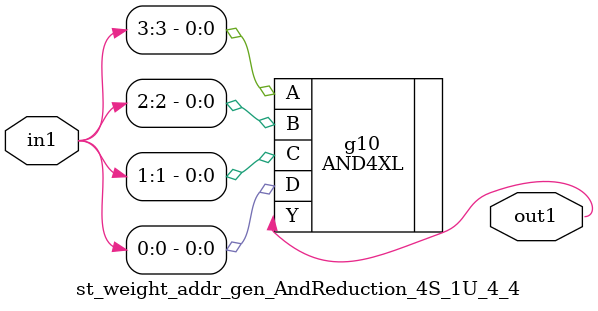
<source format=v>
`timescale 1ps / 1ps


module st_weight_addr_gen_AndReduction_4S_1U_4_4(in1, out1);
  input [3:0] in1;
  output out1;
  wire [3:0] in1;
  wire out1;
  AND4XL g10(.A (in1[3]), .B (in1[2]), .C (in1[1]), .D (in1[0]), .Y
       (out1));
endmodule



</source>
